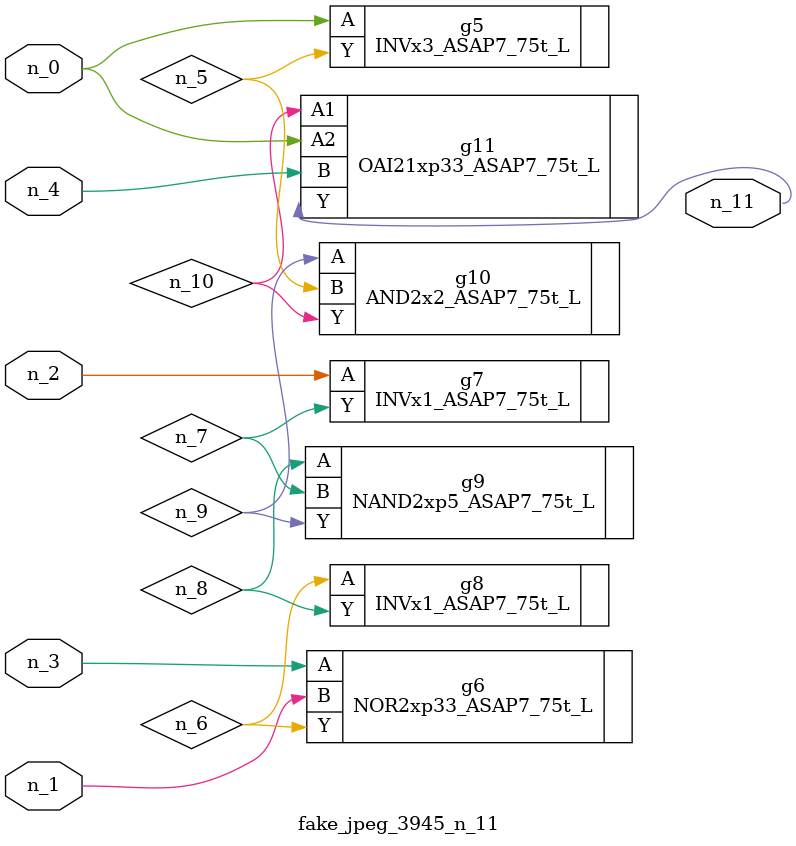
<source format=v>
module fake_jpeg_3945_n_11 (n_3, n_2, n_1, n_0, n_4, n_11);

input n_3;
input n_2;
input n_1;
input n_0;
input n_4;

output n_11;

wire n_10;
wire n_8;
wire n_9;
wire n_6;
wire n_5;
wire n_7;

INVx3_ASAP7_75t_L g5 ( 
.A(n_0),
.Y(n_5)
);

NOR2xp33_ASAP7_75t_L g6 ( 
.A(n_3),
.B(n_1),
.Y(n_6)
);

INVx1_ASAP7_75t_L g7 ( 
.A(n_2),
.Y(n_7)
);

INVx1_ASAP7_75t_L g8 ( 
.A(n_6),
.Y(n_8)
);

NAND2xp5_ASAP7_75t_L g9 ( 
.A(n_8),
.B(n_7),
.Y(n_9)
);

AND2x2_ASAP7_75t_L g10 ( 
.A(n_9),
.B(n_5),
.Y(n_10)
);

OAI21xp33_ASAP7_75t_L g11 ( 
.A1(n_10),
.A2(n_0),
.B(n_4),
.Y(n_11)
);


endmodule
</source>
